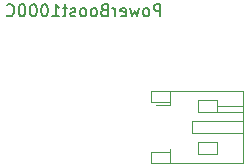
<source format=gbr>
%TF.GenerationSoftware,KiCad,Pcbnew,(5.99.0-10766-geeb405c196)*%
%TF.CreationDate,2021-06-19T10:41:35+04:00*%
%TF.ProjectId,Adafruit-PowerBoost-1000C,41646166-7275-4697-942d-506f77657242,rev?*%
%TF.SameCoordinates,Original*%
%TF.FileFunction,Legend,Bot*%
%TF.FilePolarity,Positive*%
%FSLAX46Y46*%
G04 Gerber Fmt 4.6, Leading zero omitted, Abs format (unit mm)*
G04 Created by KiCad (PCBNEW (5.99.0-10766-geeb405c196)) date 2021-06-19 10:41:35*
%MOMM*%
%LPD*%
G01*
G04 APERTURE LIST*
%ADD10C,0.150000*%
%ADD11C,0.120000*%
G04 APERTURE END LIST*
D10*
X133976190Y-79152380D02*
X133976190Y-78152380D01*
X133595238Y-78152380D01*
X133500000Y-78200000D01*
X133452380Y-78247619D01*
X133404761Y-78342857D01*
X133404761Y-78485714D01*
X133452380Y-78580952D01*
X133500000Y-78628571D01*
X133595238Y-78676190D01*
X133976190Y-78676190D01*
X132833333Y-79152380D02*
X132928571Y-79104761D01*
X132976190Y-79057142D01*
X133023809Y-78961904D01*
X133023809Y-78676190D01*
X132976190Y-78580952D01*
X132928571Y-78533333D01*
X132833333Y-78485714D01*
X132690476Y-78485714D01*
X132595238Y-78533333D01*
X132547619Y-78580952D01*
X132500000Y-78676190D01*
X132500000Y-78961904D01*
X132547619Y-79057142D01*
X132595238Y-79104761D01*
X132690476Y-79152380D01*
X132833333Y-79152380D01*
X132166666Y-78485714D02*
X131976190Y-79152380D01*
X131785714Y-78676190D01*
X131595238Y-79152380D01*
X131404761Y-78485714D01*
X130642857Y-79104761D02*
X130738095Y-79152380D01*
X130928571Y-79152380D01*
X131023809Y-79104761D01*
X131071428Y-79009523D01*
X131071428Y-78628571D01*
X131023809Y-78533333D01*
X130928571Y-78485714D01*
X130738095Y-78485714D01*
X130642857Y-78533333D01*
X130595238Y-78628571D01*
X130595238Y-78723809D01*
X131071428Y-78819047D01*
X130166666Y-79152380D02*
X130166666Y-78485714D01*
X130166666Y-78676190D02*
X130119047Y-78580952D01*
X130071428Y-78533333D01*
X129976190Y-78485714D01*
X129880952Y-78485714D01*
X129214285Y-78628571D02*
X129071428Y-78676190D01*
X129023809Y-78723809D01*
X128976190Y-78819047D01*
X128976190Y-78961904D01*
X129023809Y-79057142D01*
X129071428Y-79104761D01*
X129166666Y-79152380D01*
X129547619Y-79152380D01*
X129547619Y-78152380D01*
X129214285Y-78152380D01*
X129119047Y-78200000D01*
X129071428Y-78247619D01*
X129023809Y-78342857D01*
X129023809Y-78438095D01*
X129071428Y-78533333D01*
X129119047Y-78580952D01*
X129214285Y-78628571D01*
X129547619Y-78628571D01*
X128404761Y-79152380D02*
X128500000Y-79104761D01*
X128547619Y-79057142D01*
X128595238Y-78961904D01*
X128595238Y-78676190D01*
X128547619Y-78580952D01*
X128500000Y-78533333D01*
X128404761Y-78485714D01*
X128261904Y-78485714D01*
X128166666Y-78533333D01*
X128119047Y-78580952D01*
X128071428Y-78676190D01*
X128071428Y-78961904D01*
X128119047Y-79057142D01*
X128166666Y-79104761D01*
X128261904Y-79152380D01*
X128404761Y-79152380D01*
X127500000Y-79152380D02*
X127595238Y-79104761D01*
X127642857Y-79057142D01*
X127690476Y-78961904D01*
X127690476Y-78676190D01*
X127642857Y-78580952D01*
X127595238Y-78533333D01*
X127500000Y-78485714D01*
X127357142Y-78485714D01*
X127261904Y-78533333D01*
X127214285Y-78580952D01*
X127166666Y-78676190D01*
X127166666Y-78961904D01*
X127214285Y-79057142D01*
X127261904Y-79104761D01*
X127357142Y-79152380D01*
X127500000Y-79152380D01*
X126785714Y-79104761D02*
X126690476Y-79152380D01*
X126500000Y-79152380D01*
X126404761Y-79104761D01*
X126357142Y-79009523D01*
X126357142Y-78961904D01*
X126404761Y-78866666D01*
X126500000Y-78819047D01*
X126642857Y-78819047D01*
X126738095Y-78771428D01*
X126785714Y-78676190D01*
X126785714Y-78628571D01*
X126738095Y-78533333D01*
X126642857Y-78485714D01*
X126500000Y-78485714D01*
X126404761Y-78533333D01*
X126071428Y-78485714D02*
X125690476Y-78485714D01*
X125928571Y-78152380D02*
X125928571Y-79009523D01*
X125880952Y-79104761D01*
X125785714Y-79152380D01*
X125690476Y-79152380D01*
X124833333Y-79152380D02*
X125404761Y-79152380D01*
X125119047Y-79152380D02*
X125119047Y-78152380D01*
X125214285Y-78295238D01*
X125309523Y-78390476D01*
X125404761Y-78438095D01*
X124214285Y-78152380D02*
X124119047Y-78152380D01*
X124023809Y-78200000D01*
X123976190Y-78247619D01*
X123928571Y-78342857D01*
X123880952Y-78533333D01*
X123880952Y-78771428D01*
X123928571Y-78961904D01*
X123976190Y-79057142D01*
X124023809Y-79104761D01*
X124119047Y-79152380D01*
X124214285Y-79152380D01*
X124309523Y-79104761D01*
X124357142Y-79057142D01*
X124404761Y-78961904D01*
X124452380Y-78771428D01*
X124452380Y-78533333D01*
X124404761Y-78342857D01*
X124357142Y-78247619D01*
X124309523Y-78200000D01*
X124214285Y-78152380D01*
X123261904Y-78152380D02*
X123166666Y-78152380D01*
X123071428Y-78200000D01*
X123023809Y-78247619D01*
X122976190Y-78342857D01*
X122928571Y-78533333D01*
X122928571Y-78771428D01*
X122976190Y-78961904D01*
X123023809Y-79057142D01*
X123071428Y-79104761D01*
X123166666Y-79152380D01*
X123261904Y-79152380D01*
X123357142Y-79104761D01*
X123404761Y-79057142D01*
X123452380Y-78961904D01*
X123500000Y-78771428D01*
X123500000Y-78533333D01*
X123452380Y-78342857D01*
X123404761Y-78247619D01*
X123357142Y-78200000D01*
X123261904Y-78152380D01*
X122309523Y-78152380D02*
X122214285Y-78152380D01*
X122119047Y-78200000D01*
X122071428Y-78247619D01*
X122023809Y-78342857D01*
X121976190Y-78533333D01*
X121976190Y-78771428D01*
X122023809Y-78961904D01*
X122071428Y-79057142D01*
X122119047Y-79104761D01*
X122214285Y-79152380D01*
X122309523Y-79152380D01*
X122404761Y-79104761D01*
X122452380Y-79057142D01*
X122500000Y-78961904D01*
X122547619Y-78771428D01*
X122547619Y-78533333D01*
X122500000Y-78342857D01*
X122452380Y-78247619D01*
X122404761Y-78200000D01*
X122309523Y-78152380D01*
X120976190Y-79057142D02*
X121023809Y-79104761D01*
X121166666Y-79152380D01*
X121261904Y-79152380D01*
X121404761Y-79104761D01*
X121500000Y-79009523D01*
X121547619Y-78914285D01*
X121595238Y-78723809D01*
X121595238Y-78580952D01*
X121547619Y-78390476D01*
X121500000Y-78295238D01*
X121404761Y-78200000D01*
X121261904Y-78152380D01*
X121166666Y-78152380D01*
X121023809Y-78200000D01*
X120976190Y-78247619D01*
D11*
%TO.C,J3*%
X133190000Y-91610000D02*
X133190000Y-90690000D01*
X134790000Y-91610000D02*
X134790000Y-90690000D01*
X141010000Y-85490000D02*
X141010000Y-91610000D01*
X133190000Y-85490000D02*
X141010000Y-85490000D01*
X138750000Y-90850000D02*
X138750000Y-89850000D01*
X138750000Y-87250000D02*
X141010000Y-87250000D01*
X136650000Y-88050000D02*
X136650000Y-89050000D01*
X141010000Y-91610000D02*
X133190000Y-91610000D01*
X133190000Y-86410000D02*
X133190000Y-85490000D01*
X137150000Y-90850000D02*
X138750000Y-90850000D01*
X134790000Y-90690000D02*
X134790000Y-90410000D01*
X138750000Y-89850000D02*
X137150000Y-89850000D01*
X134790000Y-86410000D02*
X133190000Y-86410000D01*
X138750000Y-86250000D02*
X138750000Y-87250000D01*
X137150000Y-89850000D02*
X137150000Y-90850000D01*
X134790000Y-85490000D02*
X134790000Y-86410000D01*
X138750000Y-87250000D02*
X137150000Y-87250000D01*
X141010000Y-88050000D02*
X136650000Y-88050000D01*
X133190000Y-90690000D02*
X134790000Y-90690000D01*
X136650000Y-89050000D02*
X141010000Y-89050000D01*
X134790000Y-86690000D02*
X133575000Y-86690000D01*
X134790000Y-86690000D02*
X134790000Y-86410000D01*
X137150000Y-87250000D02*
X137150000Y-86250000D01*
X138750000Y-86750000D02*
X141010000Y-86750000D01*
X137150000Y-86250000D02*
X138750000Y-86250000D01*
%TD*%
M02*

</source>
